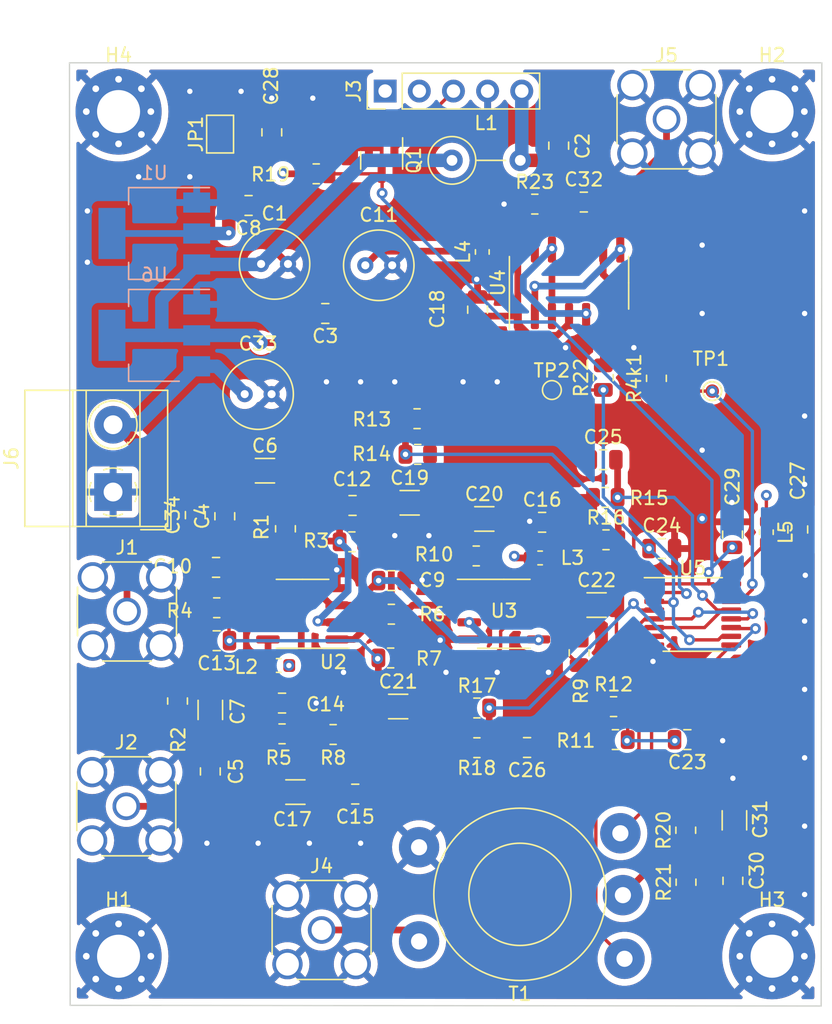
<source format=kicad_pcb>
(kicad_pcb (version 20211014) (generator pcbnew)
  (layers (0 "F.Cu" signal) (1 "In1.Cu" power) (2 "In2.Cu" power) (31 "B.Cu" signal) (34 "B.Paste" user) (35 "F.Paste" user) (36 "B.SilkS" user "B.Silkscreen") (37 "F.SilkS" user "F.Silkscreen") (38 "B.Mask" user) (39 "F.Mask" user) (44 "Edge.Cuts" user))
  (net 0 "")
  (net 1 "+5V")
  (net 2 "GND")
  (net 3 "Net-(C2-Pad1)")
  (net 4 "Net-(C4-Pad2)")
  (net 5 "Net-(C5-Pad2)")
  (net 6 "Net-(C6-Pad2)")
  (net 7 "Net-(C7-Pad2)")
  (net 8 "+3V3")
  (net 9 "Net-(C10-Pad2)")
  (net 10 "Net-(C13-Pad1)")
  (net 11 "Net-(C13-Pad2)")
  (net 12 "Net-(C14-Pad2)")
  (net 13 "Net-(C16-Pad2)")
  (net 14 "+3.3VP")
  (net 15 "Net-(C19-Pad2)")
  (net 16 "Net-(C20-Pad1)")
  (net 17 "Net-(C20-Pad2)")
  (net 18 "Net-(C21-Pad2)")
  (net 19 "Net-(C22-Pad1)")
  (net 20 "Net-(C22-Pad2)")
  (net 21 "Net-(C23-Pad2)")
  (net 22 "Net-(C24-Pad2)")
  (net 23 "Net-(C25-Pad2)")
  (net 24 "Net-(C26-Pad2)")
  (net 25 "Net-(C28-Pad2)")
  (net 26 "Net-(C32-Pad1)")
  (net 27 "Net-(C32-Pad2)")
  (net 30 "rx-tx")
  (net 31 "Net-(J4-Pad1)")
  (net 32 "Net-(R4k1-Pad1)")
  (net 33 "Net-(R4k1-Pad2)")
  (net 34 "Net-(R10-Pad1)")
  (net 35 "Net-(R7-Pad2)")
  (net 36 "Net-(R22-Pad1)")
  (net 37 "Net-(R22-Pad2)")
  (net 38 "Net-(T1-Pad3)")
  (net 39 "Net-(T1-Pad5)")
  (net 40 "Net-(U4-Pad2)")
  (net 41 "Net-(U4-Pad12)")
  (net 42 "Net-(C12-Pad1)")
  (net 43 "Net-(C12-Pad2)")
  (net 44 "Net-(U5-Pad16)")
  (net 45 "Net-(R20-Pad1)")
  (net 46 "Net-(U6-Pad3)")
  (footprint "Resistor_SMD:R_0805_2012Metric" (layer "F.Cu") (at 114.554 60.452)
    (fp_text reference "R23")
    (fp_text value "50")
  )
  (footprint "Capacitor_SMD:C_1206_3216Metric" (layer "F.Cu") (at 105.25 82.65)
    (fp_text reference "C19")
    (fp_text value "10u")
  )
  (footprint "Resistor_SMD:R_0805_2012Metric" (layer "F.Cu") (at 117.85 93.8 90)
    (fp_text reference "R9")
    (fp_text value "10k")
  )
  (footprint "TerminalBlock_MetzConnect:TerminalBlock_MetzConnect_Type011_RT05502HBWC_1x02_P5.00mm_Horizontal" (layer "F.Cu") (at 83.1904 81.8496 90)
    (fp_text reference "J6")
    (fp_text value "12V")
  )
  (footprint "Capacitor_SMD:C_0805_2012Metric" (layer "F.Cu") (at 124 86.05 180)
    (fp_text reference "C24")
    (fp_text value "2n2")
  )
  (footprint "Capacitor_SMD:C_0805_2012Metric" (layer "F.Cu") (at 116.332 56.1086 90)
    (fp_text reference "C2")
    (fp_text value "100n")
  )
  (footprint "Resistor_SMD:R_0805_2012Metric" (layer "F.Cu") (at 105.85 79.05 180)
    (fp_text reference "R14")
    (fp_text value "100")
  )
  (footprint "Capacitor_SMD:C_1206_3216Metric" (layer "F.Cu") (at 104.394 97.79)
    (fp_text reference "C21")
    (fp_text value "10u")
  )
  (footprint "Capacitor_SMD:C_0805_2012Metric" (layer "F.Cu") (at 129.2606 85.0138 -90)
    (fp_text reference "C29")
    (fp_text value "100n")
  )
  (footprint "Capacitor_SMD:C_0805_2012Metric" (layer "F.Cu") (at 125.9 100.25 180)
    (fp_text reference "C23")
    (fp_text value "2n2")
  )
  (footprint "Resistor_SMD:R_0805_2012Metric" (layer "F.Cu") (at 125.8 110.8475 90)
    (fp_text reference "R21")
    (fp_text value "2k2")
  )
  (footprint "Capacitor_SMD:C_1206_3216Metric" (layer "F.Cu") (at 96.75 104.15)
    (fp_text reference "C17")
    (fp_text value "10u")
  )
  (footprint "Capacitor_SMD:C_1206_3216Metric" (layer "F.Cu") (at 90.424 98.044 90)
    (fp_text reference "C7")
    (fp_text value "10u")
  )
  (footprint "Capacitor_THT:C_Radial_D5.0mm_H7.0mm_P2.00mm" (layer "F.Cu") (at 92.98 74.5744)
    (fp_text reference "C33")
    (fp_text value "100u")
  )
  (footprint "Package_SO:TSSOP-16_4.4x5mm_P0.65mm" (layer "F.Cu") (at 126.3 90.95)
    (fp_text reference "U5")
    (fp_text value "SN74CBT3253")
  )
  (footprint "Capacitor_SMD:C_0805_2012Metric" (layer "F.Cu") (at 90.424 102.616 90)
    (fp_text reference "C5")
    (fp_text value "1n")
  )
  (footprint "Capacitor_THT:C_Radial_D5.0mm_H7.0mm_P2.00mm" (layer "F.Cu") (at 101.95 65)
    (fp_text reference "C11")
    (fp_text value "100u")
  )
  (footprint "Resistor_SMD:R_0805_2012Metric" (layer "F.Cu") (at 100.95 85.55)
    (fp_text reference "R3")
    (fp_text value "10k")
  )
  (footprint "Capacitor_SMD:C_0805_2012Metric" (layer "F.Cu") (at 91.5 83.65 90)
    (fp_text reference "C4")
    (fp_text value "1n")
  )
  (footprint "Resistor_SMD:R_0805_2012Metric" (layer "F.Cu") (at 120.4125 97.8)
    (fp_text reference "R12")
    (fp_text value "100")
  )
  (footprint "Resistor_SMD:R_0805_2012Metric" (layer "F.Cu") (at 120.55 100.25)
    (fp_text reference "R11")
    (fp_text value "100")
  )
  (footprint "MountingHole:MountingHole_3.2mm_M3_Pad_Via" (layer "F.Cu") (at 83.6 116.35)
    (fp_text reference "H1")
    (fp_text value "Hole")
  )
  (footprint "Inductor_SMD:L_0603_1608Metric" (layer "F.Cu") (at 114.95 86.75)
    (fp_text reference "L3")
    (fp_text value "L")
  )
  (footprint "MountingHole:MountingHole_3.2mm_M3_Pad_Via" (layer "F.Cu") (at 83.6 53.575)
    (fp_text reference "H4")
    (fp_text value "Hole")
  )
  (footprint "Capacitor_SMD:C_1206_3216Metric" (layer "F.Cu") (at 119.15 90.25)
    (fp_text reference "C22")
    (fp_text value "10u")
  )
  (footprint "Connector_Coaxial:SMA_Amphenol_132134_Vertical" (layer "F.Cu") (at 84.2264 90.7288)
    (fp_text reference "J1")
    (fp_text value "I")
  )
  (footprint "Capacitor_SMD:C_0805_2012Metric" (layer "F.Cu") (at 101.2 104.3 180)
    (fp_text reference "C15")
    (fp_text value "100n")
  )
  (footprint "Resistor_SMD:R_0805_2012Metric" (layer "F.Cu") (at 119.8 82.25)
    (fp_text reference "R15")
    (fp_text value "100")
  )
  (footprint "Capacitor_SMD:C_0805_2012Metric" (layer "F.Cu") (at 93.2688 60.5536 180)
    (fp_text reference "C8")
    (fp_text value "100n")
  )
  (footprint "Connector_PinHeader_2.54mm:PinHeader_1x05_P2.54mm_Vertical" (layer "F.Cu") (at 103.425 52.05 90)
    (fp_text reference "J3")
    (fp_text value "Conn_01x05_Male")
  )
  (footprint "Package_SO:SO-8_3.9x4.9mm_P1.27mm" (layer "F.Cu") (at 112.25 90.9)
    (fp_text reference "U3")
    (fp_text value "MC33078")
  )
  (footprint "Capacitor_SMD:C_0805_2012Metric" (layer "F.Cu") (at 134.112 84.6328 -90)
    (fp_text reference "C27")
    (fp_text value "100n")
  )
  (footprint "Capacitor_SMD:C_0805_2012Metric" (layer "F.Cu") (at 115.1 84.1)
    (fp_text reference "C16")
    (fp_text value "100n")
  )
  (footprint "Package_TO_SOT_SMD:SOT-23" (layer "F.Cu") (at 103.165 57.2 -90)
    (fp_text reference "Q1")
    (fp_text value "2N3904_SOT23")
  )
  (footprint "Resistor_SMD:R_0805_2012Metric" (layer "F.Cu") (at 103.836 94.182)
    (fp_text reference "R7")
    (fp_text value "10k")
  )
  (footprint "Resistor_SMD:R_0805_2012Metric" (layer "F.Cu") (at 96.012 84.582 -90)
    (fp_text reference "R1")
    (fp_text value "10k")
  )
  (footprint "Resistor_SMD:R_0805_2012Metric" (layer "F.Cu") (at 95.758 99.822)
    (fp_text reference "R5")
    (fp_text value "2k2")
  )
  (footprint "Resistor_SMD:R_0805_2012Metric" (layer "F.Cu") (at 123.6 73.4 90)
    (fp_text reference "R4k1")
    (fp_text value "4k7")
  )
  (footprint "Connector_Coaxial:SMA_Amphenol_132134_Vertical" (layer "F.Cu") (at 98.7 114.4)
    (fp_text reference "J4")
    (fp_text value "TX")
  )
  (footprint "Capacitor_SMD:C_1206_3216Metric" (layer "F.Cu") (at 110.8 83.85)
    (fp_text reference "C20")
    (fp_text value "10u")
  )
  (footprint "Resistor_SMD:R_0805_2012Metric" (layer "F.Cu") (at 110.25 97.9)
    (fp_text reference "R17")
    (fp_text value "100")
  )
  (footprint "TestPoint:TestPoint_Pad_D1.0mm" (layer "F.Cu") (at 127.75 74.35)
    (fp_text reference "TP1")
    (fp_text value "TestPoint")
  )
  (footprint "Inductor_SMD:L_0603_1608Metric" (layer "F.Cu") (at 131.7752 84.836 -90)
    (fp_text reference "L5")
    (fp_text value "L")
  )
  (footprint "Capacitor_SMD:C_0805_2012Metric" (layer "F.Cu") (at 90.85 87.45)
    (fp_text reference "C10")
    (fp_text value "100n")
  )
  (footprint "Capacitor_SMD:C_0805_2012Metric" (layer "F.Cu") (at 103.886 88.432 180)
    (fp_text reference "C9")
    (fp_text value "100n")
  )
  (footprint "Resistor_SMD:R_0805_2012Metric" (layer "F.Cu") (at 90.9 90.45)
    (fp_text reference "R4")
    (fp_text value "10k")
  )
  (footprint "Resistor_SMD:R_0805_2012Metric" (layer "F.Cu") (at 87.9856 97.3836 90)
    (fp_text reference "R2")
    (fp_text value "10k")
  )
  (footprint "Capacitor_SMD:C_1206_3216Metric" (layer "F.Cu") (at 129.4 106.25 -90)
    (fp_text reference "C31")
    (fp_text value "10u")
  )
  (footprint "Capacitor_SMD:C_0805_2012Metric" (layer "F.Cu") (at 119.634 79.45)
    (fp_text reference "C25")
    (fp_text value "2n2")
  )
  (footprint "Inductor_SMD:L_0603_1608Metric" (layer "F.Cu") (at 95.504 94.742 180)
    (fp_text reference "L2")
    (fp_text value "L")
  )
  (footprint "Resistor_SMD:R_0805_2012Metric" (layer "F.Cu") (at 110.25 100.85)
    (fp_text reference "R18")
    (fp_text value "100")
  )
  (footprint "Capacitor_SMD:C_0805_2012Metric" (layer "F.Cu") (at 90.9 92.9 180)
    (fp_text reference "C13")
    (fp_text value "100p")
  )
  (footprint "Resistor_SMD:R_0805_2012Metric" (layer "F.Cu") (at 103.886 90.932)
    (fp_text reference "R6")
    (fp_text value "10k")
  )
  (footprint "Connector_Coaxial:SMA_Amphenol_132134_Vertical" (layer "F.Cu") (at 84.1756 105.2068)
    (fp_text reference "J2")
    (fp_text value "Q")
  )
  (footprint "Inductor_THT:L_Axial_L7.0mm_D3.3mm_P5.08mm_Vertical_Fastron_MICC" (layer "F.Cu") (at 108.395 57.2)
    (fp_text reference "L1")
    (fp_text value "100u")
  )
  (footprint "Resistor_SMD:R_0805_2012Metric" (layer "F.Cu") (at 110.2 86.6)
    (fp_text reference "R10")
    (fp_text value "10k")
  )
  (footprint "Resistor_SMD:R_0805_2012Metric" (layer "F.Cu") (at 119.85 85.4)
    (fp_text reference "R16")
    (fp_text value "100")
  )
  (footprint "Resistor_SMD:R_0805_2012Metric" (layer "F.Cu") (at 98.3 58.2 180)
    (fp_text reference "R19")
    (fp_text value "5k5")
  )
  (footprint "Jumper:SolderJumper-2_P1.3mm_Open_Pad1.0x1.5mm" (layer "F.Cu") (at 91.15 55.25 90)
    (fp_text reference "JP1")
    (fp_text value "Jumper_2_Open")
  )
  (footprint "MountingHole:MountingHole_3.2mm_M3_Pad_Via" (layer "F.Cu") (at 132.2 53.575)
    (fp_text reference "H2")
    (fp_text value "Hole")
  )
  (footprint "MountingHole:MountingHole_3.2mm_M3_Pad_Via" (layer "F.Cu") (at 132.2 116.35)
    (fp_text reference "H3")
    (fp_text value "Hole")
  )
  (footprint "TestPoint:TestPoint_Pad_D1.0mm" (layer "F.Cu") (at 115.824 74.2696)
    (fp_text reference "TP2")
    (fp_text value "TestPoint")
  )
  (footprint "Capacitor_SMD:C_0805_2012Metric" (layer "F.Cu") (at 129.286 110.744 -90)
    (fp_text reference "C30")
    (fp_text value "100n")
  )
  (footprint "Inductor_SMD:L_0603_1608Metric" (layer "F.Cu") (at 110.65 64.008 90)
    (fp_text reference "L4")
    (fp_text value "L")
  )
  (footprint "Resistor_SMD:R_0805_2012Metric" (layer "F.Cu") (at 99.558 99.872 180)
    (fp_text reference "R8")
    (fp_text value "2k2")
  )
  (footprint "Capacitor_SMD:C_0805_2012Metric" (layer "F.Cu") (at 95.758 97.536 180)
    (fp_text reference "C14")
    (fp_text value "100n")
  )
  (footprint "Capacitor_SMD:C_0805_2012Metric" (layer "F.Cu") (at 118.2 60.3)
    (fp_text reference "C32")
    (fp_text value "100n")
  )
  (footprint "Package_SO:SO-8_3.9x4.9mm_P1.27mm" (layer "F.Cu") (at 97.282 90.9 180)
    (fp_text reference "U2")
    (fp_text value "MC33078")
  )
  (footprint "Connector_Coaxial:SMA_Amphenol_132134_Vertical" (layer "F.Cu") (at 124.35 54.15)
    (fp_text reference "J5")
    (fp_text value "Clock")
  )
  (footprint "Capacitor_SMD:C_0805_2012Metric" (layer "F.Cu") (at 110.3 68.3 -90)
    (fp_text reference "C18")
    (fp_text value "100n")
  )
  (footprint "Capacitor_SMD:C_0805_2012Metric" (layer "F.Cu") (at 94.996 55.118 -90)
    (fp_text reference "C28")
    (fp_text value "100n")
  )
  (footprint "Tubes:Transformer_Toroid_Horizontal_D12.5mm_Amidon-T44" (layer "F.Cu") (at 120.9475 108.25 180)
    (fp_text reference "T1")
    (fp_text value "Transformer_1P_SS")
  )
  (footprint "Capacitor_SMD:C_0805_2012Metric" (layer "F.Cu") (at 113.98 100.838 180)
    (fp_text reference "C26")
    (fp_text value "2n2")
  )
  (footprint "Capacitor_SMD:C_0805_2012Metric" (layer "F.Cu") (at 89.3064 83.566 90)
    (fp_text reference "C34")
    (fp_text value "100n")
  )
  (footprint "Capacitor_SMD:C_0805_2012Metric" (layer "F.Cu") (at 98.9736 68.58 180)
    (fp_text reference "C3")
    (fp_text value "100n")
  )
  (footprint "Resistor_SMD:R_0805_2012Metric" (layer "F.Cu") (at 119.65 73.35 90)
    (fp_text reference "R22")
    (fp_text value "4k7")
  )
  (footprint "Resistor_SMD:R_0805_2012Metric" (layer "F.Cu") (at 125.7808 106.9848 90)
    (fp_text reference "R20")
    (fp_text value "2k2")
  )
  (footprint "Capacitor_THT:C_Radial_D5.0mm_H7.0mm_P2.00mm" (layer "F.Cu") (at 94.2 64.9)
    (fp_text reference "C1")
    (fp_text value "100u")
  )
  (footprint "Capacitor_SMD:C_1206_3216Metric" (layer "F.Cu") (at 94.488 80.264)
    (fp_text reference "C6")
    (fp_text value "10u")
  )
  (footprint "Capacitor_SMD:C_0805_2012Metric" (layer "F.Cu") (at 101 82.85 180)
    (fp_text reference "C12")
    (fp_text value "100p")
  )
  (footprint "Package_SO:SO-14_3.9x8.65mm_P1.27mm" (layer "F.Cu") (at 117.1 66.3 90)
    (fp_text reference "U4")
    (fp_text value "74HC74")
  )
  (footprint "Resistor_SMD:R_0805_2012Metric" (layer "F.Cu") (at 105.8 76.4 180)
    (fp_text reference "R13")
    (fp_text value "100")
  )
  (footprint "Package_TO_SOT_SMD:SOT-223-3_TabPin2" (layer "B.Cu") (at 86.2584 62.6364 180)
    (fp_text reference "U1")
    (fp_text value "LM1117-3.3")
  )
  (footprint "Package_TO_SOT_SMD:SOT-223-3_TabPin2" (layer "B.Cu") (at 86.2584 70.2056 180)
    (fp_text reference "U6")
    (fp_text value "LM1117-5.0")
  )
  (gr_line (start 135.9 49.95) (end 79.95 49.95) (layer "Edge.Cuts") (width 0.1))
  (gr_line (start 79.95 49.95) (end 80 120) (layer "Edge.Cuts") (width 0.1))
  (gr_line (start 80 120) (end 135.85 120.05) (layer "Edge.Cuts") (width 0.1))
  (gr_line (start 135.85 120.05) (end 135.9 49.95) (layer "Edge.Cuts") (width 0.1))
  (segment (start 113.166 86.75) (end 113.03 86.614) (width 0.5) (layer "F.Cu") (net 1))
  (segment (start 114.1625 86.75) (end 113.166 86.75) (width 0.5) (layer "F.Cu") (net 1))
  (segment (start 94.2 70.75) (end 95.8536 70.75) (width 0.5) (layer "F.Cu") (net 1))
  (segment (start 95.8536 70.75) (end 98.0236 68.58) (width 0.5) (layer "F.Cu") (net 1))
  (via (at 113.03 86.614) (size 0.8) (drill 0.4) (layers "F.Cu" "B.Cu") (net 1))
  (via (at 96.266 94.742) (size 0.8) (drill 0.4) (layers "F.Cu" "B.Cu") (net 1))
  (via (at 94.2 70.75) (size 0.8) (drill 0.4) (layers "F.Cu" "B.Cu") (net 1))
  (segment (start 101.9 57.2) (end 94.2 64.9) (width 1) (layer "B.Cu") (net 1))
  (segment (start 86.8172 67.5276) (end 89.4084 64.9364) (width 1) (layer "B.Cu") (net 1))
  (segment (start 89.4084 64.9364) (end 94.1636 64.9364) (width 1) (layer "B.Cu") (net 1))
  (segment (start 94.1636 64.9364) (end 94.2 64.9) (width 1) (layer "B.Cu") (net 1))
  (segment (start 86.8172 70.2056) (end 89.4084 70.2056) (width 1) (layer "B.Cu") (net 1))
  (segment (start 108.395 57.2) (end 101.9 57.2) (width 1) (layer "B.Cu") (net 1))
  (segment (start 93.6556 70.2056) (end 94.2 70.75) (width 1) (layer "B.Cu") (net 1))
  (segment (start 83.1084 70.2056) (end 86.8172 70.2056) (width 1) (layer "B.Cu") (net 1))
  (segment (start 86.8172 70.2056) (end 86.8172 67.5276) (width 1) (layer "B.Cu") (net 1))
  (segment (start 89.4084 70.2056) (end 93.6556 70.2056) (width 1) (layer "B.Cu") (net 1))
  (segment (start 123.4375 93.225) (end 123.4375 94.3421) (width 0.25) (layer "F.Cu") (net 2))
  (segment (start 109.675 92.805) (end 107.5756 92.805) (width 0.5) (layer "F.Cu") (net 2))
  (segment (start 106.132 88.432) (end 106.172 88.392) (width 0.5) (layer "F.Cu") (net 2))
  (segment (start 104.836 88.432) (end 106.132 88.432) (width 0.5) (layer "F.Cu") (net 2))
  (segment (start 107.5756 92.805) (end 107.5182 92.8624) (width 0.5) (layer "F.Cu") (net 2))
  (segment (start 99.857 87.665) (end 99.822 87.63) (width 0.5) (layer "F.Cu") (net 2))
  (segment (start 96.708 97.536) (end 98.298 97.536) (width 0.5) (layer "F.Cu") (net 2))
  (segment (start 123.4375 94.3421) (end 123.3424 94.4372) (width 0.25) (layer "F.Cu") (net 2))
  (segment (start 99.857 88.995) (end 99.857 87.665) (width 0.5) (layer "F.Cu") (net 2))
  (via (at 129.2098 82.6262) (size 0.8) (drill 0.4) (layers "F.Cu" "B.Cu") (net 2))
  (via (at 88.9 52.07) (size 0.8) (drill 0.4) (layers "F.Cu" "B.Cu") (net 2))
  (via (at 134.62 101.6) (size 0.8) (drill 0.4) (layers "F.Cu" "B.Cu") (net 2))
  (via (at 100.33 95.25) (size 0.8) (drill 0.4) (layers "F.Cu" "B.Cu") (net 2))
  (via (at 128.524 100.33) (size 0.8) (drill 0.4) (layers "F.Cu" "B.Cu") (net 2))
  (via (at 106.68 85.09) (size 0.8) (drill 0.4) (layers "F.Cu" "B.Cu") (net 2))
  (via (at 92.71 52.07) (size 0.8) (drill 0.4) (layers "F.Cu" "B.Cu") (net 2))
  (via (at 134.62 91.44) (size 0.8) (drill 0.4) (layers "F.Cu" "B.Cu") (net 2))
  (via (at 109.22 73.66) (size 0.8) (drill 0.4) (layers "F.Cu" "B.Cu") (net 2))
  (via (at 99.822 87.63) (size 0.8) (drill 0.4) (layers "F.Cu" "B.Cu") (net 2))
  (via (at 88.9 58.42) (size 0.8) (drill 0.4) (layers "F.Cu" "B.Cu") (net 2))
  (via (at 93.98 107.95) (size 0.8) (drill 0.4) (layers "F.Cu" "B.Cu") (net 2))
  (via (at 123.3424 94.4372) (size 0.8) (drill 0.4) (layers "F.Cu" "B.Cu") (net 2))
  (via (at 134.62 60.96) (size 0.8) (drill 0.4) (layers "F.Cu" "B.Cu") (net 2))
  (via (at 127 83.82) (size 0.8) (drill 0.4) (layers "F.Cu" "B.Cu") (net 2))
  (via (at 90.17 107.95) (size 0.8) (drill 0.4) (layers "F.Cu" "B.Cu") (net 2))
  (via (at 101.6 73.66) (size 0.8) (drill 0.4) (layers "F.Cu" "B.Cu") (net 2))
  (via (at 111.76 95.25) (size 0.8) (drill 0.4) (layers "F.Cu" "B.Cu") (net 2))
  (via (at 104.14 73.66) (size 0.8) (drill 0.4) (layers "F.Cu" "B.Cu") (net 2))
  (via (at 107.5182 92.8624) (size 0.8) (drill 0.4) (layers "F.Cu" "B.Cu") (net 2))
  (via (at 134.6708 88.0364) (size 0.8) (drill 0.4) (layers "F.Cu" "B.Cu") (net 2))
  (via (at 99.06 73.66) (size 0.8) (drill 0.4) (layers "F.Cu" "B.Cu") (net 2))
  (via (at 129.286 103.124) (size 0.8) (drill 0.4) (layers "F.Cu" "B.Cu") (net 2))
  (via (at 85.09 58.42) (size 0.8) (drill 0.4) (layers "F.Cu" "B.Cu") (net 2))
  (via (at 101.6 107.95) (size 0.8) (drill 0.4) (layers "F.Cu" "B.Cu") (net 2))
  (via (at 81.28 60.96) (size 0.8) (drill 0.4) (layers "F.Cu" "B.Cu") (net 2))
  (via (at 106.172 88.392) (size 0.8) (drill 0.4) (layers "F.Cu" "B.Cu") (net 2))
  (via (at 134.62 96.52) (size 0.8) (drill 0.4) (layers "F.Cu" "B.Cu") (net 2))
  (via (at 112.268 60.452) (size 0.8) (drill 0.4) (layers "F.Cu" "B.Cu") (net 2))
  (via (at 134.62 81.28) (size 0.8) (drill 0.4) (layers "F.Cu" "B.Cu") (net 2))
  (via (at 94.996 52.578) (size 0.8) (drill 0.4) (layers "F.Cu" "B.Cu") (net 2))
  (via (at 134.62 68.58) (size 0.8) (drill 0.4) (layers "F.Cu" "B.Cu") (net 2))
  (via (at 97.79 107.95) (size 0.8) (drill 0.4) (layers "F.Cu" "B.Cu") (net 2))
  (via (at 134.62 111.76) (size 0.8) (drill 0.4) (layers "F.Cu" "B.Cu") (net 2))
  (via (at 104.14 85.09) (size 0.8) (drill 0.4) (layers "F.Cu" "B.Cu") (net 2))
  (via (at 121.92 71.12) (size 0.8) (drill 0.4) (layers "F.Cu" "B.Cu") (net 2))
  (via (at 111.76 73.66) (size 0.8) (drill 0.4) (layers "F.Cu" "B.Cu") (net 2))
  (via (at 127 63.5) (size 0.8) (drill 0.4) (layers "F.Cu" "B.Cu") (net 2))
  (via (at 98.298 97.536) (size 0.8) (drill 0.4) (layers "F.Cu" "B.Cu") (net 2))
  (via (at 127 68.58) (size 0.8) (drill 0.4) (layers "F.Cu" "B.Cu") (net 2))
  (via (at 114.173 84.0232) (size 0.8) (drill 0.4) (layers "F.Cu" "B.Cu") (net 2))
  (via (at 127 78.74) (size 0.8) (drill 0.4) (layers "F.Cu" "B.Cu") (net 2))
  (via (at 107.95 95.25) (size 0.8) (drill 0.4) (layers "F.Cu" "B.Cu") (net 2))
  (via (at 110.236 66.04) (size 0.8) (drill 0.4) (layers "F.Cu" "B.Cu") (net 2))
  (via (at 134.62 106.68) (size 0.8) (drill 0.4) (layers "F.Cu" "B.Cu") (net 2))
  (via (at 116.84 71.12) (size 0.8) (drill 0.4) (layers "F.Cu" "B.Cu") (net 2))
  (via (at 81.28 64.77) (size 0.8) (drill 0.4) (layers "F.Cu" "B.Cu") (net 2))
  (via (at 115.57 95.25) (size 0.8) (drill 0.4) (layers "F.Cu" "B.Cu") (net 2))
  (via (at 134.62 76.2) (size 0.8) (drill 0.4) (layers "F.Cu" "B.Cu") (net 2))
  (via (at 98.044 52.578) (size 0.8) (drill 0.4) (layers "F.Cu" "B.Cu") (net 2))
  (segment (start 113.475 57.2) (end 116.1906 57.2) (width 1) (layer "F.Cu") (net 3))
  (segment (start 116.1906 57.2) (end 116.332 57.0586) (width 1) (layer "F.Cu") (net 3))
  (segment (start 113.585 52.05) (end 113.585 57.09) (width 1) (layer "B.Cu") (net 3))
  (segment (start 113.585 57.09) (end 113.475 57.2) (width 1) (layer "B.Cu") (net 3))
  (segment (start 90.634 83.566) (end 91.5 82.7) (width 0.5) (layer "F.Cu") (net 4))
  (segment (start 88.54213 83.566) (end 90.634 83.566) (width 0.5) (layer "F.Cu") (net 4))
  (segment (start 84.2264 90.7288) (end 84.2264 87.88173) (width 0.5) (layer "F.Cu") (net 4))
  (segment (start 84.2264 87.88173) (end 88.54213 83.566) (width 0.5) (layer "F.Cu") (net 4))
  (segment (start 91.5 82.7) (end 91.5 81.777) (width 0.5) (layer "F.Cu") (net 4))
  (segment (start 91.5 81.777) (end 93.013 80.264) (width 0.5) (layer "F.Cu") (net 4))
  (segment (start 86.8832 105.2068) (end 84.1756 105.2068) (width 0.5) (layer "F.Cu") (net 5))
  (segment (start 90.424 101.666) (end 90.424 99.519) (width 0.5) (layer "F.Cu") (net 5))
  (segment (start 89.893 100.05) (end 90.424 99.519) (width 0.5) (layer "F.Cu") (net 5))
  (segment (start 90.424 101.666) (end 86.8832 105.2068) (width 0.5) (layer "F.Cu") (net 5))
  (segment (start 96.012 80.313) (end 95.963 80.264) (width 0.5) (layer "F.Cu") (net 6))
  (segment (start 96.012 83.6695) (end 96.012 80.313) (width 0.5) (layer "F.Cu") (net 6))
  (segment (start 87.9856 98.2961) (end 88.6969 98.2961) (width 0.5) (layer "F.Cu") (net 7))
  (segment (start 88.6969 98.2961) (end 90.424 96.569) (width 0.5) (layer "F.Cu") (net 7))
  (segment (start 89.506507 96.569) (end 90.424 96.569) (width 0.25) (layer "F.Cu") (net 7))
  (segment (start 131.7752 84.0485) (end 131.7752 82.0928) (width 0.25) (layer "F.Cu") (net 8))
  (segment (start 110.65 64.7955) (end 109.804989 63.950489) (width 0.5) (layer "F.Cu") (net 8))
  (segment (start 95.8428 58.2) (end 95.8088 58.166) (width 0.5) (layer "F.Cu") (net 8))
  (segment (start 91.7956 62.5856) (end 91.7956 61.0768) (width 1) (layer "F.Cu") (net 8))
  (segment (start 102.999511 63.950489) (end 101.95 65) (width 0.5) (layer "F.Cu") (net 8))
  (segment (start 97.3875 58.2) (end 95.8428 58.2) (width 0.5) (layer "F.Cu") (net 8))
  (segment (start 109.804989 63.950489) (end 102.999511 63.950489) (width 0.5) (layer "F.Cu") (net 8))
  (segment (start 91.7956 61.0768) (end 92.3188 60.5536) (width 1) (layer "F.Cu") (net 8))
  (via (at 95.8088 58.166) (size 0.8) (drill 0.4) (layers "F.Cu" "B.Cu") (net 8))
  (via (at 131.7752 82.0928) (size 0.8) (drill 0.4) (layers "F.Cu" "B.Cu") (net 8))
  (via (at 91.7956 62.5856) (size 0.8) (drill 0.4) (layers "F.Cu" "B.Cu") (net 8))
  (segment (start 83.1084 62.6364) (end 89.4084 62.6364) (width 0.5) (layer "B.Cu") (net 8))
  (segment (start 91.7448 62.6364) (end 91.7956 62.5856) (width 1) (layer "B.Cu") (net 8))
  (segment (start 89.4084 62.6364) (end 91.7448 62.6364) (width 1) (layer "B.Cu") (net 8))
  (segment (start 97.187 88.995) (end 98.134151 88.995) (width 0.5) (layer "F.Cu") (net 9))
  (segment (start 91.8 87.482) (end 93.313 88.995) (width 0.5) (layer "F.Cu") (net 9))
  (segment (start 99.404151 90.265) (end 99.857 90.265) (width 0.5) (layer "F.Cu") (net 9))
  (segment (start 97.187 94.02227) (end 99.753365 96.588635) (width 0.5) (layer "F.Cu") (net 9))
  (segment (start 98.134151 88.995) (end 99.404151 90.265) (width 0.5) (layer "F.Cu") (net 9))
  (segment (start 98.5955 99.822) (end 98.6455 99.872) (width 0.5) (layer "F.Cu") (net 9))
  (segment (start 99.753365 96.588635) (end 101.43252 98.26779) (width 0.5) (layer "F.Cu") (net 9))
  (segment (start 101.43252 103.11748) (end 100.25 104.3) (width 0.5) (layer "F.Cu") (net 9))
  (segment (start 101.43252 98.26779) (end 101.43252 103.11748) (width 0.5) (layer "F.Cu") (net 9))
  (segment (start 93.313 88.995) (end 94.707 88.995) (width 0.5) (layer "F.Cu") (net 9))
  (segment (start 96.6705 99.822) (end 98.5955 99.822) (width 0.5) (layer "F.Cu") (net 9))
  (segment (start 102.936 88.432) (end 101.103 90.265) (width 0.5) (layer "F.Cu") (net 9))
  (segment (start 94.707 88.995) (end 97.187 88.995) (width 0.5) (layer "F.Cu") (net 9))
  (segment (start 99.753365 98.764135) (end 99.753365 96.588635) (width 0.5) (layer "F.Cu") (net 9))
  (segment (start 98.6455 99.872) (end 99.753365 98.764135) (width 0.5) (layer "F.Cu") (net 9))
  (segment (start 91.8 87.45) (end 91.8 87.482) (width 0.5) (layer "F.Cu") (net 9))
  (segment (start 98.225 104.15) (end 100.1 104.15) (width 0.5) (layer "F.Cu") (net 9))
  (segment (start 100.1 104.15) (end 100.25 104.3) (width 0.5) (layer "F.Cu") (net 9))
  (segment (start 101.103 90.265) (end 99.857 90.265) (width 0.5) (layer "F.Cu") (net 9))
  (segment (start 97.187 88.995) (end 97.187 94.02227) (width 0.5) (layer "F.Cu") (net 9))
  (via (at 114.8334 92.837) (size 0.8) (drill 0.4) (layers "F.Cu" "B.Cu") (net 9))
  (via (at 109.675 91.535) (size 0.8) (drill 0.4) (layers "F.Cu" "B.Cu") (net 9))
  (via (at 102.936 88.432) (size 0.8) (drill 0.4) (layers "F.Cu" "B.Cu") (net 9))
  (segment (start 114.8334 92.837) (end 108.694191 92.837) (width 0.5) (layer "B.Cu") (net 9))
  (segment (start 114.8334 92.837) (end 110.977 92.837) (width 0.5) (layer "B.Cu") (net 9))
  (segment (start 110.977 92.837) (end 109.675 91.535) (width 0.5) (layer "B.Cu") (net 9))
  (segment (start 104.289191 88.432) (end 102.936 88.432) (width 0.5) (layer "B.Cu") (net 9))
  (segment (start 108.694191 92.837) (end 104.289191 88.432) (width 0.5) (layer "B.Cu") (net 9))
  (segment (start 102.919 97.79) (end 102.919 94.283) (width 0.5) (layer "F.Cu") (net 10))
  (segment (start 92.8975 91.535) (end 94.707 91.535) (width 0.25) (layer "F.Cu") (net 10))
  (segment (start 91.8125 90.45) (end 92.8975 91.535) (width 0.25) (layer "F.Cu") (net 10))
  (segment (start 91.8125 90.45) (end 91.8125 92.8625) (width 0.25) (layer "F.Cu") (net 10))
  (segment (start 91.8125 92.8625) (end 91.85 92.9) (width 0.25) (layer "F.Cu") (net 10))
  (segment (start 102.919 94.283) (end 102.87 94.234) (width 0.5) (layer "F.Cu") (net 10))
  (via (at 91.85 92.9) (size 0.8) (drill 0.4) (layers "F.Cu" "B.Cu") (net 10))
  (via (at 102.87 94.234) (size 0.8) (drill 0.4) (layers "F.Cu" "B.Cu") (net 10))
  (segment (start 101.536 92.9) (end 102.87 94.234) (width 0.25) (layer "B.Cu") (net 10))
  (segment (start 91.85 92.9) (end 101.536 92.9) (width 0.25) (layer "B.Cu") (net 10))
  (segment (start 92.312973 89.42548) (end 91.01202 89.42548) (width 0.25) (layer "F.Cu") (net 11))
  (segment (start 89.95 94.5067) (end 87.9856 96.4711) (width 0.5) (layer "F.Cu") (net 11))
  (segment (start 93.152493 90.265) (end 92.312973 89.42548) (width 0.25) (layer "F.Cu") (net 11))
  (segment (start 91.01202 89.42548) (end 89.9875 90.45) (width 0.25) (layer "F.Cu") (net 11))
  (segment (start 89.916 92.71) (end 89.916 90.5215) (width 0.25) (layer "F.Cu") (net 11))
  (segment (start 89.726 92.9) (end 89.916 92.71) (width 0.25) (layer "F.Cu") (net 11))
  (segment (start 89.95 92.9) (end 89.95 94.5067) (width 0.5) (layer "F.Cu") (net 11))
  (segment (start 89.916 90.5215) (end 89.9875 90.45) (width 0.25) (layer "F.Cu") (net 11))
  (segment (start 94.707 90.265) (end 93.152493 90.265) (width 0.25) (layer "F.Cu") (net 11))
  (segment (start 94.808 97.536) (end 94.808 94.8335) (width 0.5) (layer "F.Cu") (net 12))
  (segment (start 94.7165 92.8145) (end 94.707 92.805) (width 0.5) (layer "F.Cu") (net 12))
  (segment (start 94.8455 97.5735) (end 94.808 97.536) (width 0.5) (layer "F.Cu") (net 12))
  (segment (start 94.808 94.8335) (end 94.7165 94.742) (width 0.5) (layer "F.Cu") (net 12))
  (segment (start 94.7165 94.742) (end 94.7165 92.8145) (width 0.5) (layer "F.Cu") (net 12))
  (segment (start 94.8455 99.822) (end 94.8455 97.5735) (width 0.5) (layer "F.Cu") (net 12))
  (segment (start 114.825 88.995) (end 114.825 87.6625) (width 0.5) (layer "F.Cu") (net 13))
  (segment (start 114.825 87.6625) (end 115.7375 86.75) (width 0.5) (layer "F.Cu") (net 13))
  (segment (start 115.7375 84.4125) (end 116.05 84.1) (width 0.5) (layer "F.Cu") (net 13))
  (segment (start 115.7375 86.75) (end 115.7375 84.4125) (width 0.5) (layer "F.Cu") (net 13))
  (segment (start 112.444906 59.25048) (end 117.737973 59.25048) (width 0.25) (layer "F.Cu") (net 14))
  (segment (start 117.737973 59.25048) (end 118.32548 59.837987) (width 0.25) (layer "F.Cu") (net 14))
  (segment (start 110.65 61.045386) (end 112.444906 59.25048) (width 0.25) (layer "F.Cu") (net 14))
  (segment (start 113.29 68.775) (end 113.29 63.825) (width 0.5) (layer "F.Cu") (net 14))
  (segment (start 116.222249 70.2056) (end 117.1 69.327849) (width 0.5) (layer "F.Cu") (net 14))
  (segment (start 113.29 68.775) (end 113.29 69.327849) (width 0.5) (layer "F.Cu") (net 14))
  (segment (start 114.167751 70.2056) (end 116.222249 70.2056) (width 0.5) (layer "F.Cu") (net 14))
  (segment (start 118.32548 59.837987) (end 118.32548 63.78048) (width 0.25) (layer "F.Cu") (net 14))
  (segment (start 110.775 68.775) (end 110.3 69.25) (width 0.5) (layer "F.Cu") (net 14))
  (segment (start 112.6855 63.2205) (end 113.29 63.825) (width 0.25) (layer "F.Cu") (net 14))
  (segment (start 113.29 69.327849) (end 114.167751 70.2056) (width 0.5) (layer "F.Cu") (net 14))
  (segment (start 113.29 69.725) (end 113.29 68.775) (width 0.5) (layer "F.Cu") (net 14))
  (segment (start 110.65 63.2205) (end 112.6855 63.2205) (width 0.25) (layer "F.Cu") (net 14))
  (segment (start 118.32548 63.78048) (end 118.37 63.825) (width 0.25) (layer "F.Cu") (net 14))
  (segment (start 110.65 63.2205) (end 110.65 61.045386) (width 0.25) (layer "F.Cu") (net 14))
  (segment (start 113.29 63.825) (end 114.56 63.825) (width 0.25) (layer "F.Cu") (net 14))
  (segment (start 117.1 68.775) (end 117.1 69.327849) (width 0.5) (layer "F.Cu") (net 14))
  (segment (start 113.29 68.775) (end 110.775 68.775) (width 0.5) (layer "F.Cu") (net 14))
  (segment (start 106.7125 82.6375) (end 106.7125 76.4) (width 0.5) (layer "F.Cu") (net 15))
  (segment (start 106.725 82.65) (end 106.7125 82.6375) (width 0.5) (layer "F.Cu") (net 15))
  (segment (start 109.675 88.0375) (end 111.1125 86.6) (width 0.5) (layer "F.Cu") (net 16))
  (segment (start 109.675 88.995) (end 109.675 88.0375) (width 0.5) (layer "F.Cu") (net 16))
  (segment (start 111.1125 86.6) (end 111.1125 85.6375) (width 0.5) (layer "F.Cu") (net 16))
  (segment (start 111.1125 85.6375) (end 109.325 83.85) (width 0.5) (layer "F.Cu") (net 16))
  (segment (start 118.9375 85.4) (end 118.9375 82.3) (width 0.5) (layer "F.Cu") (net 17))
  (segment (start 113.875 82.25) (end 118.8875 82.25) (width 0.5) (layer "F.Cu") (net 17))
  (segment (start 112.275 83.85) (end 113.875 82.25) (width 0.5) (layer "F.Cu") (net 17))
  (segment (start 118.9375 82.3) (end 118.8875 82.25) (width 0.5) (layer "F.Cu") (net 17))
  (segment (start 109.3375 97.9) (end 105.979 97.9) (width 0.5) (layer "F.Cu") (net 18))
  (segment (start 109.3375 100.85) (end 109.3375 97.9) (width 0.5) (layer "F.Cu") (net 18))
  (segment (start 105.979 97.9) (end 105.869 97.79) (width 0.5) (layer "F.Cu") (net 18))
  (segment (start 117.66 90.265) (end 117.675 90.25) (width 0.25) (layer "F.Cu") (net 19))
  (segment (start 117.85 92.8875) (end 117.85 90.425) (width 0.25) (layer "F.Cu") (net 19))
  (segment (start 114.825 90.265) (end 117.66 90.265) (width 0.25) (layer "F.Cu") (net 19))
  (segment (start 117.85 90.425) (end 117.675 90.25) (width 0.25) (layer "F.Cu") (net 19))
  (segment (start 119.6375 97.9375) (end 119.5 97.8) (width 0.25) (layer "F.Cu") (net 20))
  (segment (start 120.625 96.675) (end 120.625 90.25) (width 0.25) (layer "F.Cu") (net 20))
  (segment (start 119.5 97.8) (end 120.625 96.675) (width 0.25) (layer "F.Cu") (net 20))
  (segment (start 119.6375 100.25) (end 119.6375 97.9375) (width 0.25) (layer "F.Cu") (net 20))
  (segment (start 123.4375 91.275) (end 126.2252 91.275) (width 0.25) (layer "F.Cu") (net 21))
  (segment (start 121.4625 100.25) (end 121.4625 97.9375) (width 0.25) (layer "F.Cu") (net 21))
  (segment (start 121.325 97.8) (end 121.325 92.699639) (width 0.25) (layer "F.Cu") (net 21))
  (segment (start 130.7592 90.8812) (end 130.3654 91.275) (width 0.25) (layer "F.Cu") (net 21))
  (segment (start 121.4625 97.9375) (end 121.325 97.8) (width 0.25) (layer "F.Cu") (net 21))
  (segment (start 121.325 92.699639) (end 122.749639 91.275) (width 0.25) (layer "F.Cu") (net 21))
  (segment (start 130.3654 91.275) (end 129.1625 91.275) (width 0.25) (layer "F.Cu") (net 21))
  (segment (start 126.2252 91.275) (end 126.7206 90.7796) (width 0.25) (layer "F.Cu") (net 21))
  (segment (start 122.749639 91.275) (end 123.4375 91.275) (width 0.25) (layer "F.Cu") (net 21))
  (via (at 121.412 100.33) (size 0.8) (drill 0.4) (layers "F.Cu" "B.Cu") (net 21))
  (via (at 130.7592 90.8812) (size 0.8) (drill 0.4) (layers "F.Cu" "B.Cu") (net 21))
  (via (at 124.968 100.33) (size 0.8) (drill 0.4) (layers "F.Cu" "B.Cu") (net 21))
  (via (at 126.7206 90.7796) (size 0.8) (drill 0.4) (layers "F.Cu" "B.Cu") (net 21))
  (segment (start 126.7206 90.7796) (end 130.6576 90.7796) (width 0.25) (layer "B.Cu") (net 21))
  (segment (start 121.412 100.33) (end 124.968 100.33) (width 0.25) (layer "B.Cu") (net 21))
  (segment (start 130.6576 90.7796) (end 130.7592 90.8812) (width 0.25) (layer "B.Cu") (net 21))
  (segment (start 104.9375 76.45) (end 104.8875 76.4) (width 0.5) (layer "F.Cu") (net 22))
  (segment (start 104.9375 79.05) (end 104.9375 76.45) (width 0.5) (layer "F.Cu") (net 22))
  (segment (start 124.8664 90.043) (end 123.5055 90.043) (width 0.25) (layer "F.Cu") (net 22))
  (segment (start 123.5055 90.043) (end 123.4375 89.975) (width 0.25) (layer "F.Cu") (net 22))
  (segment (start 126.0602 92.837) (end 128.200489 92.837) (width 0.25) (layer "F.Cu") (net 22))
  (segment (start 128.462489 92.575) (end 129.1625 92.575) (width 0.25) (layer "F.Cu") (net 22))
  (segment (start 128.200489 92.837) (end 128.462489 92.575) (width 0.25) (layer "F.Cu") (net 22))
  (via (at 123.05 86.05) (size 0.8) (drill 0.4) (layers "F.Cu" "B.Cu") (net 22))
  (via (at 126.0602 92.837) (size 0.8) (drill 0.4) (layers "F.Cu" "B.Cu") (net 22))
  (via (at 124.8664 90.043) (size 0.8) (drill 0.4) (layers "F.Cu" "B.Cu") (net 22))
  (via (at 104.9375 79.05) (size 0.8) (drill 0.4) (layers "F.Cu" "B.Cu") (net 22))
  (segment (start 126.0602 92.837) (end 124.8664 91.6432) (width 0.25) (layer "B.Cu") (net 22))
  (segment (start 115.852168 79.05) (end 104.9375 79.05) (width 0.25) (layer "B.Cu") (net 22))
  (segment (start 124.8664 87.8664) (end 123.05 86.05) (width 0.25) (layer "B.Cu") (net 22))
  (segment (start 122.852168 86.05) (end 115.852168 79.05) (width 0.25) (layer "B.Cu") (net 22))
  (segment (start 124.8664 90.043) (end 124.8664 87.8664) (width 0.25) (layer "B.Cu") (net 22))
  (segment (start 123.05 86.05) (end 122.852168 86.05) (width 0.25) (layer "B.Cu") (net 22))
  (segment (start 124.8664 91.6432) (end 124.8664 90.043) (width 0.25) (layer "B.Cu") (net 22))
  (segment (start 127.174639 91.925) (end 128.474639 90.625) (width 0.25) (layer "F.Cu") (net 23))
  (segment (start 120.7125 82.25) (end 120.7125 79.5785) (width 0.5) (layer "F.Cu") (net 23))
  (segment (start 120.7625 85.4) (end 120.7625 82.3) (width 0.5) (layer "F.Cu") (net 23))
  (segment (start 120.7125 79.5785) (end 120.584 79.45) (width 0.5) (layer "F.Cu") (net 23))
  (segment (start 128.474639 90.625) (end 129.1625 90.625) (width 0.25) (layer "F.Cu") (net 23))
  (segment (start 123.4375 91.925) (end 127.174639 91.925) (width 0.25) (layer "F.Cu") (net 23))
  (segment (start 120.7625 82.3) (end 120.7125 82.25) (width 0.5) (layer "F.Cu") (net 23))
  (segment (start 128.1154 90.625) (end 127.0254 89.535) (width 0.25) (layer "F.Cu") (net 23))
  (segment (start 129.1625 90.625) (end 128.1154 90.625) (width 0.25) (layer "F.Cu") (net 23))
  (via (at 120.7125 82.25) (size 0.8) (drill 0.4) (layers "F.Cu" "B.Cu") (net 23))
  (via (at 127.0254 89.535) (size 0.8) (drill 0.4) (layers "F.Cu" "B.Cu") (net 23))
  (segment (start 126.275489 88.785089) (end 126.275489 83.603489) (width 0.25) (layer "B.Cu") (net 23))
  (segment (start 124.922 82.25) (end 120.7125 82.25) (width 0.25) (layer "B.Cu") (net 23))
  (segment (start 127.0254 89.535) (end 126.275489 88.785089) (width 0.25) (layer "B.Cu") (net 23))
  (segment (start 126.275489 83.603489) (end 124.922 82.25) (width 0.25) (layer "B.Cu") (net 23))
  (segment (start 111.1625 100.85) (end 113.018 100.85) (width 0.5) (layer "F.Cu") (net 24))
  (segment (start 123.4375 90.625) (end 122.375 90.625) (width 0.25) (layer "F.Cu") (net 24))
  (segment (start 130.9624 91.9988) (end 129.2363 91.9988) (width 0.25) (layer "F.Cu") (net 24))
  (segment (start 111.1625 100.85) (end 111.1625 97.9) (width 0.5) (layer "F.Cu") (net 24))
  (segment (start 113.018 100.85) (end 113.03 100.838) (width 0.5) (layer "F.Cu") (net 24))
  (segment (start 129.2363 91.9988) (end 129.1625 91.925) (width 0.25) (layer "F.Cu") (net 24))
  (segment (start 122.375 90.625) (end 121.8946 90.1446) (width 0.25) (layer "F.Cu") (net 24))
  (via (at 111.1625 97.9) (size 0.8) (drill 0.4) (layers "F.Cu" "B.Cu") (net 24))
  (via (at 121.8946 90.1446) (size 0.8) (drill 0.4) (layers "F.Cu" "B.Cu") (net 24))
  (via (at 130.9624 91.9988) (size 0.8) (drill 0.4) (layers "F.Cu" "B.Cu") (net 24))
  (segment (start 125.311511 93.561511) (end 129.399689 93.561511) (width 0.25) (layer "B.Cu") (net 24))
  (segment (start 129.399689 93.561511) (end 130.9624 91.9988) (width 0.25) (layer "B.Cu") (net 24))
  (segment (start 121.8946 90.1446) (end 125.311511 93.561511) (width 0.25) (layer "B.Cu") (net 24))
  (segment (start 114.1392 97.9) (end 111.1625 97.9) (width 0.25) (layer "B.Cu") (net 24))
  (segment (start 121.8946 90.1446) (end 114.1392 97.9) (width 0.25) (layer "B.Cu") (net 24))
  (segment (start 127.824639 88.675) (end 128.474639 89.325) (width 0.25) (layer "F.Cu") (net 25))
  (segment (start 103.2002 58.1727) (end 103.165 58.1375) (width 0.25) (layer "F.Cu") (net 25))
  (segment (start 127.4862 87.8247) (end 127.4826 87.8211) (width 0.25) (layer "F.Cu") (net 25))
  (segment (start 91.15 55.9) (end 94.828 55.9) (width 0.25) (layer "F.Cu") (net 25))
  (segment (start 123.4375 88.675) (end 127.4862 88.675) (width 0.25) (layer "F.Cu") (net 25))
  (segment (start 99.2125 58.2) (end 103.1025 58.2) (width 0.25) (layer "F.Cu") (net 25))
  (segment (start 98.044 56.068) (end 99.2125 57.2365) (width 0.25) (layer "F.Cu") (net 25))
  (segment (start 103.1025 58.2) (end 103.165 58.1375) (width 0.25) (layer "F.Cu") (net 25))
  (segment (start 94.828 55.9) (end 94.996 56.068) (width 0.25) (layer "F.Cu") (net 25))
  (segment (start 128.474639 89.325) (end 129.1625 89.325) (width 0.25) (layer "F.Cu") (net 25))
  (segment (start 94.996 56.068) (end 98.044 56.068) (width 0.25) (layer "F.Cu") (net 25))
  (segment (start 99.2125 57.2365) (end 99.2125 58.2) (width 0.25) (layer "F.Cu") (net 25))
  (segment (start 127.4862 88.675) (end 127.4862 87.8247) (width 0.25) (layer "F.Cu") (net 25))
  (segment (start 127.4862 88.675) (end 127.824639 88.675) (width 0.25) (layer "F.Cu") (net 25))
  (segment (start 103.2002 59.6392) (end 103.2002 58.1727) (width 0.25) (layer "F.Cu") (net 25))
  (via (at 129.2352 85.9536) (size 0.8) (drill 0.4) (layers "F.Cu" "B.Cu") (net 25))
  (via (at 103.2002 59.6392) (size 0.8) (drill 0.4) (layers "F.Cu" "B.Cu") (net 25))
  (via (at 127.4826 87.8211) (size 0.8) (drill 0.4) (layers "F.Cu" "B.Cu") (net 25))
  (segment (start 127.4826 87.7062) (end 129.2352 85.9536) (width 0.25) (layer "B.Cu") (net 25))
  (segment (start 115.959614 69.215) (end 112.386386 69.215) (width 0.25) (layer "B.Cu") (net 25))
  (segment (start 112.386386 69.215) (end 103.2002 60.028814) (width 0.25) (layer "B.Cu") (net 25))
  (segment (start 127.4826 87.8211) (end 127.4826 87.7062) (width 0.25) (layer "B.Cu") (net 25))
  (segment (start 127.4826 87.8211) (end 127.724511 87.579189) (width 0.25) (layer "B.Cu") (net 25))
  (segment (start 127.724511 87.579189) (end 127.724511 80.979897) (width 0.25) (layer "B.Cu") (net 25))
  (segment (start 103.2002 60.028814) (end 103.2002 59.6392) (width 0.25) (layer "B.Cu") (net 25))
  (segment (start 127.724511 80.979897) (end 115.959614 69.215) (width 0.25) (layer "B.Cu") (net 25))
  (segment (start 117.1 63.825) (end 117.1 60.45) (width 0.5) (layer "F.Cu") (net 26))
  (segment (start 117.098 60.452) (end 117.25 60.3) (width 0.25) (layer "F.Cu") (net 26))
  (segment (start 117.1 64.377849) (end 117.1 63.825) (width 0.5) (layer "F.Cu") (net 26))
  (segment (start 115.4665 60.452) (end 117.098 60.452) (width 0.25) (layer "F.Cu") (net 26))
  (segment (start 117.1 60.45) (end 117.25 60.3) (width 0.5) (layer "F.Cu") (net 26))
  (segment (start 115.83 65.647849) (end 117.1 64.377849) (width 0.5) (layer "F.Cu") (net 26))
  (segment (start 115.83 68.775) (end 115.83 65.647849) (width 0.5) (layer "F.Cu") (net 26))
  (segment (start 120.426696 60.3) (end 124.35 56.376696) (width 0.5) (layer "F.Cu") (net 27))
  (segment (start 124.35 56.376696) (end 124.35 54.15) (width 0.5) (layer "F.Cu") (net 27))
  (segment (start 119.15 60.3) (end 120.426696 60.3) (width 0.5) (layer "F.Cu") (net 27))
  (segment (start 104.2925 56.2625) (end 108.505 52.05) (width 0.25) (layer "F.Cu") (net 30))
  (segment (start 104.115 56.2625) (end 104.2925 56.2625) (width 0.25) (layer "F.Cu") (net 30))
  (segment (start 98.7 114.4) (end 105.0975 114.4) (width 0.5) (layer "F.Cu") (net 31))
  (segment (start 105.0975 114.4) (end 105.9475 115.25) (width 0.5) (layer "F.Cu") (net 31))
  (segment (start 127.75 74.35) (end 123.6375 74.35) (width 0.25) (layer "F.Cu") (net 32))
  (segment (start 129.850361 89.975) (end 130.7338 89.091561) (width 0.25) (layer "F.Cu") (net 32))
  (segment (start 130.7338 89.091561) (end 130.7338 88.6714) (width 0.25) (layer "F.Cu") (net 32))
  (segment (start 123.6375 74.35) (end 123.6 74.3125) (width 0.25) (layer "F.Cu") (net 32))
  (segment (start 129.1625 89.975) (end 129.850361 89.975) (width 0.25) (layer "F.Cu") (net 32))
  (via (at 130.7338 88.6714) (size 0.8) (drill 0.4) (layers "F.Cu" "B.Cu") (net 32))
  (via (at 127.75 74.35) (size 0.8) (drill 0.4) (layers "F.Cu" "B.Cu") (net 32))
  (segment (start 130.7338 77.3338) (end 127.75 74.35) (width 0.25) (layer "B.Cu") (net 32))
  (segment (start 130.7338 88.6714) (end 130.7338 77.3338) (width 0.25) (layer "B.Cu") (net 32))
  (segment (start 119.64 65.682151) (end 123.6 69.642151) (width 0.5) (layer "F.Cu") (net 33))
  (segment (start 119.64 63.825) (end 119.64 65.682151) (width 0.5) (layer "F.Cu") (net 33))
  (segment (start 123.6 69.642151) (end 123.6 72.4875) (width 0.5) (layer "F.Cu") (net 33))
  (segment (start 104.7985 90.932) (end 105.4655 90.265) (width 0.5) (layer "F.Cu") (net 34))
  (segment (start 105.4655 90.265) (end 107.283 90.265) (width 0.5) (layer "F.Cu") (net 34))
  (segment (start 109.2875 86.6) (end 107.283 88.6045) (width 0.5) (layer "F.Cu") (net 34))
  (segment (start 107.283 88.6045) (end 107.283 90.265) (width 0.5) (layer "F.Cu") (net 34))
  (segment (start 107.283 90.265) (end 109.675 90.265) (width 0.5) (layer "F.Cu") (net 34))
  (segment (start 111.304 94.182) (end 104.7485 94.182) (width 0.25) (layer "F.Cu") (net 35))
  (segment (start 115.411 91.535) (end 114.825 91.535) (width 0.25) (layer "F.Cu") (net 35))
  (segment (start 114.825 91.535) (end 112.681 91.535) (width 0.25) (layer "F.Cu") (net 35))
  (segment (start 116.02452 92.88702) (end 116.02452 92.14852) (width 0.25) (layer "F.Cu") (net 35))
  (segment (start 116.02452 92.14852) (end 115.411 91.535) (width 0.25) (layer "F.Cu") (net 35))
  (segment (start 112.522 91.694) (end 112.014 92.202) (width 0.25) (layer "F.Cu") (net 35))
  (segment (start 112.681 91.535) (end 112.522 91.694) (width 0.25) (layer "F.Cu") (net 35))
  (segment (start 112.014 92.202) (end 112.014 93.472) (width 0.25) (layer "F.Cu") (net 35))
  (segment (start 117.85 94.7125) (end 116.02452 92.88702) (width 0.25) (layer "F.Cu") (net 35))
  (segment (start 112.014 93.472) (end 111.304 94.182) (width 0.25) (layer "F.Cu") (net 35))
  (segment (start 123.444011 89.318489) (end 125.750589 89.318489) (width 0.25) (layer "F.Cu") (net 36))
  (segment (start 125.750589 89.318489) (end 125.8316 89.3995) (width 0.25) (layer "F.Cu") (net 36))
  (segment (start 123.4375 89.325) (end 123.444011 89.318489) (width 0.25) (layer "F.Cu") (net 36))
  (segment (start 119.6429 74.2696) (end 115.824 74.2696) (width 0.25) (layer "F.Cu") (net 36))
  (segment (start 119.65 74.2625) (end 119.6429 74.2696) (width 0.25) (layer "F.Cu") (net 36))
  (via (at 125.8316 89.3995) (size 0.8) (drill 0.4) (layers "F.Cu" "B.Cu") (net 36))
  (via (at 119.65 74.2625) (size 0.8) (drill 0.4) (layers "F.Cu" "B.Cu") (net 36))
  (segment (start 125.31592 87.291306) (end 121.031814 83.0072) (width 0.25) (layer "B.Cu") (net 36))
  (segment (start 119.65 82.212114) (end 119.65 74.2625) (width 0.25) (layer "B.Cu") (net 36))
  (segment (start 125.8316 89.3995) (end 125.31592 88.88382) (width 0.25) (layer "B.Cu") (net 36))
  (segment (start 120.445086 83.0072) (end 119.65 82.212114) (width 0.25) (layer "B.Cu") (net 36))
  (segment (start 125.31592 88.88382) (end 125.31592 87.291306) (width 0.25) (layer "B.Cu") (net 36))
  (segment (start 121.031814 83.0072) (end 120.445086 83.0072) (width 0.25) (layer "B.Cu") (net 36))
  (segment (start 119.65 72.4375) (end 119.65 68.785) (width 0.5) (layer "F.Cu") (net 37))
  (segment (start 119.65 68.785) (end 119.64 68.775) (width 0.5) (layer "F.Cu") (net 37))
  (segment (start 121.2275 116.54) (end 119.092989 114.405489) (width 0.25) (layer "F.Cu") (net 38))
  (segment (start 119.092989 114.405489) (end 119.092989 104.144504) (width 0.25) (layer "F.Cu") (net 38))
  (segment (start 122.563 92.575) (end 123.4375 92.575) (width 0.25) (layer "F.Cu") (net 38))
  (segment (start 122.29952 92.83848) (end 122.563 92.575) (width 0.25) (layer "F.Cu") (net 38))
  (segment (start 122.29952 100.937973) (end 122.29952 92.83848) (width 0.25) (layer "F.Cu") (net 38))
  (segment (start 119.092989 104.144504) (end 122.29952 100.937973) (width 0.25) (layer "F.Cu") (net 38))
  (segment (start 123.2408 104.8867) (end 120.9175 107.21) (width 0.25) (layer "F.Cu") (net 39))
  (segment (start 123.2408 99.1467) (end 123.2408 104.8867) (width 0.25) (layer "F.Cu") (net 39))
  (segment (start 129.1625 93.225) (end 123.2408 99.1467) (width 0.25) (layer "F.Cu") (net 39))
  (segment (start 121.427493 107.21) (end 120.9175 107.21) (width 0.25) (layer "F.Cu") (net 39))
  (segment (start 114.56 68.775) (end 114.56 66.554) (width 0.5) (layer "F.Cu") (net 40))
  (segment (start 114.56 66.554) (end 114.554 66.548) (width 0.5) (layer "F.Cu") (net 40))
  (via (at 120.91 63.825) (size 0.8) (drill 0.4) (layers "F.Cu" "B.Cu") (net 40))
  (via (at 114.554 66.548) (size 0.8) (drill 0.4) (layers "F.Cu" "B.Cu") (net 40))
  (segment (start 114.554 66.548) (end 118.187 66.548) (width 0.5) (layer "B.Cu") (net 40))
  (segment (start 118.187 66.548) (end 120.91 63.825) (width 0.5) (layer "B.Cu") (net 40))
  (via (at 115.824 63.754) (size 0.8) (drill 0.4) (layers "F.Cu" "B.Cu") (net 41))
  (via (at 118.364 68.58) (size 0.8) (drill 0.4) (layers "F.Cu" "B.Cu") (net 41))
  (segment (start 113.704489 65.873511) (end 115.824 63.754) (width 0.5) (layer "B.Cu") (net 41))
  (segment (start 113.704489 66.89988) (end 113.704489 65.873511) (width 0.5) (layer "B.Cu") (net 41))
  (segment (start 118.364 68.58) (end 115.384609 68.58) (width 0.5) (layer "B.Cu") (net 41))
  (segment (start 115.384609 68.58) (end 113.704489 66.89988) (width 0.5) (layer "B.Cu") (net 41))
  (segment (start 103.88552 90.01998) (end 103.88552 87.57302) (width 0.5) (layer "F.Cu") (net 42))
  (segment (start 102.9735 90.932) (end 101.1005 92.805) (width 0.5) (layer "F.Cu") (net 42))
  (segment (start 101.95 82.85) (end 103.575 82.85) (width 0.5) (layer "F.Cu") (net 42))
  (segment (start 101.8625 82.9375) (end 101.95 82.85) (width 0.5) (layer "F.Cu") (net 42))
  (segment (start 102.9735 90.932) (end 103.88552 90.01998) (width 0.5) (layer "F.Cu") (net 42))
  (segment (start 101.1005 92.805) (end 99.857 92.805) (width 0.5) (layer "F.Cu") (net 42))
  (segment (start 103.88552 87.57302) (end 101.8625 85.55) (width 0.5) (layer "F.Cu") (net 42))
  (segment (start 101.8625 85.55) (end 101.8625 82.9375) (width 0.5) (layer "F.Cu") (net 42))
  (segment (start 103.575 82.85) (end 103.775 82.65) (width 0.5) (layer "F.Cu") (net 42))
  (segment (start 99.982 85.4945) (end 100.0375 85.55) (width 0.5) (layer "F.Cu") (net 43))
  (segment (start 96.012 85.4945) (end 99.982 85.4945) (width 0.5) (layer "F.Cu") (net 43))
  (segment (start 98.52 91.535) (end 98.425 91.44) (width 0.5) (layer "F.Cu") (net 43))
  (segment (start 100.0375 82.8625) (end 100.05 82.85) (width 0.5) (layer "F.Cu") (net 43))
  (segment (start 99.857 91.535) (end 98.52 91.535) (width 0.5) (layer "F.Cu") (net 43))
  (segment (start 100.0375 85.55) (end 100.0375 82.8625) (width 0.5) (layer "F.Cu") (net 43))
  (via (at 100.0375 85.55) (size 0.8) (drill 0.4) (layers "F.Cu" "B.Cu") (net 43))
  (via (at 98.425 91.44) (size 0.8) (drill 0.4) (layers "F.Cu" "B.Cu") (net 43))
  (segment (start 98.425 91.44) (end 100.671511 89.193489) (width 0.5) (layer "B.Cu") (net 43))
  (segment (start 100.671511 86.184011) (end 100.0375 85.55) (width 0.5) (layer "B.Cu") (net 43))
  (segment (start 100.671511 89.193489) (end 100.671511 86.184011) (width 0.5) (layer "B.Cu") (net 43))
  (segment (start 125.7808 106.0723) (end 125.7808 105.604586) (width 0.25) (layer "F.Cu") (net 44))
  (segment (start 134.0713 85.6235) (end 134.112 85.5828) (width 0.25) (layer "F.Cu") (net 44))
  (segment (start 125.7808 105.604586) (end 131.7752 99.610186) (width 0.25) (layer "F.Cu") (net 44))
  (segment (start 129.1625 88.2362) (end 131.7752 85.6235) (width 0.25) (layer "F.Cu") (net 44))
  (segment (start 129.1625 88.675) (end 129.1625 88.2362) (width 0.25) (layer "F.Cu") (net 44))
  (segment (start 131.7752 99.610186) (end 131.7752 85.6235) (width 0.25) (layer "F.Cu") (net 44))
  (segment (start 131.7752 85.6235) (end 134.0713 85.6235) (width 0.25) (layer "F.Cu") (net 44))
  (segment (start 125.8 109.935) (end 125.8 107.9165) (width 0.5) (layer "F.Cu") (net 45))
  (segment (start 125.8 107.9165) (end 125.7808 107.8973) (width 0.5) (layer "F.Cu") (net 45))
  (segment (start 125.8 109.935) (end 127.19 109.935) (width 0.5) (layer "F.Cu") (net 45))
  (segment (start 127.527 109.935) (end 129.286 111.694) (width 0.5) (layer "F.Cu") (net 45))
  (segment (start 125.8 109.935) (end 127.527 109.935) (width 0.5) (layer "F.Cu") (net 45))
  (segment (start 122.9825 109.935) (end 125.8 109.935) (width 0.5) (layer "F.Cu") (net 45))
  (segment (start 121.1075 111.81) (end 122.9825 109.935) (width 0.5) (layer "F.Cu") (net 45))
  (segment (start 127.19 109.935) (end 129.4 107.725) (width 0.5) (layer "F.Cu") (net 45))
  (segment (start 83.1904 76.8496) (end 83.54 76.8496) (width 1) (layer "F.Cu") (net 46))
  (segment (start 83.54 76.8496) (end 89.3064 82.616) (width 1) (layer "F.Cu") (net 46))
  (segment (start 89.4084 72.5056) (end 90.9112 72.5056) (width 1) (layer "B.Cu") (net 46))
  (segment (start 90.9112 72.5056) (end 92.98 74.5744) (width 1) (layer "B.Cu") (net 46))
  (segment (start 85.0644 76.8496) (end 89.4084 72.5056) (width 1) (layer "B.Cu") (net 46))
  (segment (start 83.1904 76.8496) (end 85.0644 76.8496) (width 1) (layer "B.Cu") (net 46))
  (zone (net 2) (net_name "GND") (layer "F.Cu") (connect_pads (clearance 0.508)) (min_thickness 0.254) (fill yes (thermal_gap 0.508) (thermal_bridge_width 0.508))
    (polygon (pts (xy 136.557998 49.849276) (xy 136.657998 119.999276) (xy 79.9 120.15) (xy 80.05 49.85) (xy 79.75 49.75)))
  )
  (zone (net 2) (net_name "GND") (layer "B.Cu") (connect_pads (clearance 0.508)) (min_thickness 0.254) (fill yes (thermal_gap 0.508) (thermal_bridge_width 0.508))
    (polygon (pts (xy 136.05 120) (xy 79.75 120.05) (xy 79.7 49.75) (xy 79.7 49.7) (xy 136.195052 49.58159)))
  )
)
</source>
